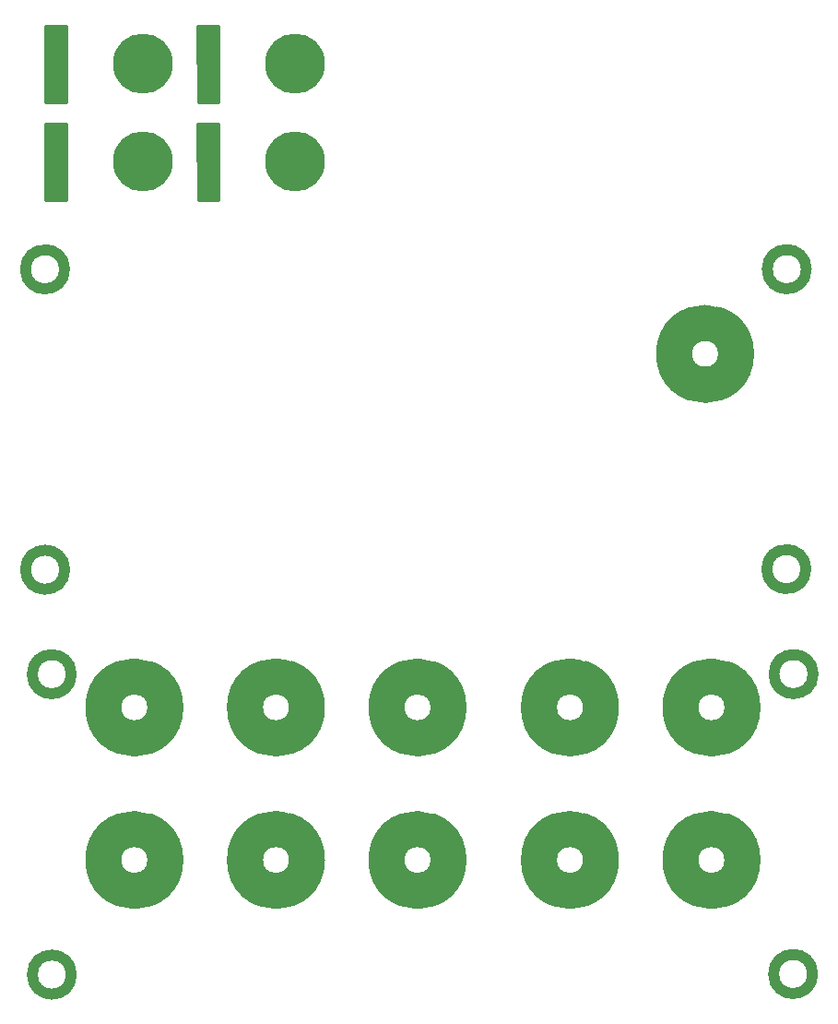
<source format=gbs>
%MOIN*%
%OFA0B0*%
%FSLAX46Y46*%
%IPPOS*%
%LPD*%
%ADD10C,0.005905511811023622*%
%ADD11C,0.03937007874015748*%
%ADD12C,0.11811023622047245*%
%ADD13C,0.027559055118110236*%
%ADD14C,0.053149606299212608*%
%ADD25C,0.005905511811023622*%
%ADD26C,0.03937007874015748*%
%ADD27C,0.11811023622047245*%
%ADD28C,0.027559055118110236*%
%ADD29C,0.053149606299212608*%
%ADD40C,0.005905511811023622*%
%ADD41C,0.21653543307086615*%
%ADD42C,0.01*%
%ADD53C,0.005905511811023622*%
%ADD54C,0.21653543307086615*%
%ADD55C,0.01*%
%ADD66C,0.005905511811023622*%
%ADD67C,0.21653543307086615*%
%ADD68C,0.01*%
%ADD79C,0.005905511811023622*%
%ADD80C,0.21653543307086615*%
%ADD81C,0.01*%
%ADD92C,0.005905511811023622*%
%ADD103C,0.005905511811023622*%
%LPD*%
G01G01G01G01G01G01G01G01*
D10*
D11*
X0000221915Y0000145275D02*
G75*
G03G03G03G03X0000221915Y0000145275I-0000070734D01X0000221915Y0000145275I-0000070734D01X0000221915Y0000145275I-0000070734D01G03G03X0000221915Y0000145275I-0000070734D01G03G03X0000221915Y0000145275I-0000070734D01X0000221915Y0000145275I-0000070734D01X0000221915Y0000145275I-0000070734D01X0000221915Y0000145275I-0000070734D01*
G01G01G01G01G01G01G01G01*
X0000221522Y0001230708D02*
G75*
G03G03G03G03X0000221522Y0001230708I-0000070734D01X0000221522Y0001230708I-0000070734D01X0000221522Y0001230708I-0000070734D01G03G03X0000221522Y0001230708I-0000070734D01G03G03X0000221522Y0001230708I-0000070734D01X0000221522Y0001230708I-0000070734D01X0000221522Y0001230708I-0000070734D01X0000221522Y0001230708I-0000070734D01*
G01G01G01G01G01G01G01G01*
X0002903543Y0001231102D02*
G75*
G03G03G03G03X0002903543Y0001231102I-0000070734D01X0002903543Y0001231102I-0000070734D01X0002903543Y0001231102I-0000070734D01G03G03X0002903543Y0001231102I-0000070734D01G03G03X0002903543Y0001231102I-0000070734D01X0002903543Y0001231102I-0000070734D01X0002903543Y0001231102I-0000070734D01X0002903543Y0001231102I-0000070734D01*
G01G01G01G01G01G01G01G01*
X0002902077Y0000147445D02*
G75*
G03G03G03G03X0002902077Y0000147445I-0000070734D01X0002902077Y0000147445I-0000070734D01X0002902077Y0000147445I-0000070734D01G03G03X0002902077Y0000147445I-0000070734D01G03G03X0002902077Y0000147445I-0000070734D01X0002902077Y0000147445I-0000070734D01X0002902077Y0000147445I-0000070734D01X0002902077Y0000147445I-0000070734D01*
G01G01G01G01G01G01G01G01*
D12*
X0002640944Y0000559448D02*
G75*
G03G03G03G03X0002640944Y0000559448I-0000104724D01X0002640944Y0000559448I-0000104724D01X0002640944Y0000559448I-0000104724D01G03G03X0002640944Y0000559448I-0000104724D01G03G03X0002640944Y0000559448I-0000104724D01X0002640944Y0000559448I-0000104724D01X0002640944Y0000559448I-0000104724D01X0002640944Y0000559448I-0000104724D01*
G01G01G01G01G01G01G01G01*
D13*
X0002651574Y0000631889D02*
X0002651574Y0000486614D01*
D14*
X0002687007Y0000559448D02*
G75*
G03G03G03G03X0002687007Y0000559448I-0000150787D01X0002687007Y0000559448I-0000150787D01X0002687007Y0000559448I-0000150787D01G03G03X0002687007Y0000559448I-0000150787D01G03G03X0002687007Y0000559448I-0000150787D01X0002687007Y0000559448I-0000150787D01X0002687007Y0000559448I-0000150787D01X0002687007Y0000559448I-0000150787D01*
G01G01G01G01G01G01G01G01*
D12*
X0002129133Y0000559448D02*
G75*
G03G03G03G03X0002129133Y0000559448I-0000104724D01X0002129133Y0000559448I-0000104724D01X0002129133Y0000559448I-0000104724D01G03G03X0002129133Y0000559448I-0000104724D01G03G03X0002129133Y0000559448I-0000104724D01X0002129133Y0000559448I-0000104724D01X0002129133Y0000559448I-0000104724D01X0002129133Y0000559448I-0000104724D01*
G01G01G01G01G01G01G01G01*
D13*
X0002139763Y0000631889D02*
X0002139763Y0000486614D01*
D14*
X0002175196Y0000559448D02*
G75*
G03G03G03G03X0002175196Y0000559448I-0000150787D01X0002175196Y0000559448I-0000150787D01X0002175196Y0000559448I-0000150787D01G03G03X0002175196Y0000559448I-0000150787D01G03G03X0002175196Y0000559448I-0000150787D01X0002175196Y0000559448I-0000150787D01X0002175196Y0000559448I-0000150787D01X0002175196Y0000559448I-0000150787D01*
G01G01G01G01G01G01G01G01*
D12*
X0002640944Y0001110629D02*
G75*
G03G03G03G03X0002640944Y0001110629I-0000104724D01X0002640944Y0001110629I-0000104724D01X0002640944Y0001110629I-0000104724D01G03G03X0002640944Y0001110629I-0000104724D01G03G03X0002640944Y0001110629I-0000104724D01X0002640944Y0001110629I-0000104724D01X0002640944Y0001110629I-0000104724D01X0002640944Y0001110629I-0000104724D01*
G01G01G01G01G01G01G01G01*
D13*
X0002651574Y0001183070D02*
X0002651574Y0001037795D01*
D14*
X0002687007Y0001110629D02*
G75*
G03G03G03G03X0002687007Y0001110629I-0000150787D01X0002687007Y0001110629I-0000150787D01X0002687007Y0001110629I-0000150787D01G03G03X0002687007Y0001110629I-0000150787D01G03G03X0002687007Y0001110629I-0000150787D01X0002687007Y0001110629I-0000150787D01X0002687007Y0001110629I-0000150787D01X0002687007Y0001110629I-0000150787D01*
G01G01G01G01G01G01G01G01*
D12*
X0002129133Y0001110629D02*
G75*
G03G03G03G03X0002129133Y0001110629I-0000104724D01X0002129133Y0001110629I-0000104724D01X0002129133Y0001110629I-0000104724D01G03G03X0002129133Y0001110629I-0000104724D01G03G03X0002129133Y0001110629I-0000104724D01X0002129133Y0001110629I-0000104724D01X0002129133Y0001110629I-0000104724D01X0002129133Y0001110629I-0000104724D01*
G01G01G01G01G01G01G01G01*
D13*
X0002139763Y0001183070D02*
X0002139763Y0001037795D01*
D14*
X0002175196Y0001110629D02*
G75*
G03G03G03G03X0002175196Y0001110629I-0000150787D01X0002175196Y0001110629I-0000150787D01X0002175196Y0001110629I-0000150787D01G03G03X0002175196Y0001110629I-0000150787D01G03G03X0002175196Y0001110629I-0000150787D01X0002175196Y0001110629I-0000150787D01X0002175196Y0001110629I-0000150787D01X0002175196Y0001110629I-0000150787D01*
G01G01G01G01G01G01G01G01*
D12*
X0001577952Y0000559448D02*
G75*
G03G03G03G03X0001577952Y0000559448I-0000104724D01X0001577952Y0000559448I-0000104724D01X0001577952Y0000559448I-0000104724D01G03G03X0001577952Y0000559448I-0000104724D01G03G03X0001577952Y0000559448I-0000104724D01X0001577952Y0000559448I-0000104724D01X0001577952Y0000559448I-0000104724D01X0001577952Y0000559448I-0000104724D01*
G01G01G01G01G01G01G01G01*
D13*
X0001588582Y0000631889D02*
X0001588582Y0000486614D01*
D14*
X0001624015Y0000559448D02*
G75*
G03G03G03G03X0001624015Y0000559448I-0000150787D01X0001624015Y0000559448I-0000150787D01X0001624015Y0000559448I-0000150787D01G03G03X0001624015Y0000559448I-0000150787D01G03G03X0001624015Y0000559448I-0000150787D01X0001624015Y0000559448I-0000150787D01X0001624015Y0000559448I-0000150787D01X0001624015Y0000559448I-0000150787D01*
G01G01G01G01G01G01G01G01*
D12*
X0001066141Y0000559448D02*
G75*
G03G03G03G03X0001066141Y0000559448I-0000104724D01X0001066141Y0000559448I-0000104724D01X0001066141Y0000559448I-0000104724D01G03G03X0001066141Y0000559448I-0000104724D01G03G03X0001066141Y0000559448I-0000104724D01X0001066141Y0000559448I-0000104724D01X0001066141Y0000559448I-0000104724D01X0001066141Y0000559448I-0000104724D01*
G01G01G01G01G01G01G01G01*
D13*
X0001076771Y0000631889D02*
X0001076771Y0000486614D01*
D14*
X0001112204Y0000559448D02*
G75*
G03G03G03G03X0001112204Y0000559448I-0000150787D01X0001112204Y0000559448I-0000150787D01X0001112204Y0000559448I-0000150787D01G03G03X0001112204Y0000559448I-0000150787D01G03G03X0001112204Y0000559448I-0000150787D01X0001112204Y0000559448I-0000150787D01X0001112204Y0000559448I-0000150787D01X0001112204Y0000559448I-0000150787D01*
G01G01G01G01G01G01G01G01*
D12*
X0000554330Y0000559448D02*
G75*
G03G03G03G03X0000554330Y0000559448I-0000104724D01X0000554330Y0000559448I-0000104724D01X0000554330Y0000559448I-0000104724D01G03G03X0000554330Y0000559448I-0000104724D01G03G03X0000554330Y0000559448I-0000104724D01X0000554330Y0000559448I-0000104724D01X0000554330Y0000559448I-0000104724D01X0000554330Y0000559448I-0000104724D01*
G01G01G01G01G01G01G01G01*
D13*
X0000564960Y0000631889D02*
X0000564960Y0000486614D01*
D14*
X0000600393Y0000559448D02*
G75*
G03G03G03G03X0000600393Y0000559448I-0000150787D01X0000600393Y0000559448I-0000150787D01X0000600393Y0000559448I-0000150787D01G03G03X0000600393Y0000559448I-0000150787D01G03G03X0000600393Y0000559448I-0000150787D01X0000600393Y0000559448I-0000150787D01X0000600393Y0000559448I-0000150787D01X0000600393Y0000559448I-0000150787D01*
G01G01G01G01G01G01G01G01*
D12*
X0001577952Y0001110629D02*
G75*
G03G03G03G03X0001577952Y0001110629I-0000104724D01X0001577952Y0001110629I-0000104724D01X0001577952Y0001110629I-0000104724D01G03G03X0001577952Y0001110629I-0000104724D01G03G03X0001577952Y0001110629I-0000104724D01X0001577952Y0001110629I-0000104724D01X0001577952Y0001110629I-0000104724D01X0001577952Y0001110629I-0000104724D01*
G01G01G01G01G01G01G01G01*
D13*
X0001588582Y0001183070D02*
X0001588582Y0001037795D01*
D14*
X0001624015Y0001110629D02*
G75*
G03G03G03G03X0001624015Y0001110629I-0000150787D01X0001624015Y0001110629I-0000150787D01X0001624015Y0001110629I-0000150787D01G03G03X0001624015Y0001110629I-0000150787D01G03G03X0001624015Y0001110629I-0000150787D01X0001624015Y0001110629I-0000150787D01X0001624015Y0001110629I-0000150787D01X0001624015Y0001110629I-0000150787D01*
G01G01G01G01G01G01G01G01*
D12*
X0001066141Y0001110629D02*
G75*
G03G03G03G03X0001066141Y0001110629I-0000104724D01X0001066141Y0001110629I-0000104724D01X0001066141Y0001110629I-0000104724D01G03G03X0001066141Y0001110629I-0000104724D01G03G03X0001066141Y0001110629I-0000104724D01X0001066141Y0001110629I-0000104724D01X0001066141Y0001110629I-0000104724D01X0001066141Y0001110629I-0000104724D01*
G01G01G01G01G01G01G01G01*
D13*
X0001076771Y0001183070D02*
X0001076771Y0001037795D01*
D14*
X0001112204Y0001110629D02*
G75*
G03G03G03G03X0001112204Y0001110629I-0000150787D01X0001112204Y0001110629I-0000150787D01X0001112204Y0001110629I-0000150787D01G03G03X0001112204Y0001110629I-0000150787D01G03G03X0001112204Y0001110629I-0000150787D01X0001112204Y0001110629I-0000150787D01X0001112204Y0001110629I-0000150787D01X0001112204Y0001110629I-0000150787D01*
G01G01G01G01G01G01G01G01*
D12*
X0000554330Y0001110629D02*
G75*
G03G03G03G03X0000554330Y0001110629I-0000104724D01X0000554330Y0001110629I-0000104724D01X0000554330Y0001110629I-0000104724D01G03G03X0000554330Y0001110629I-0000104724D01G03G03X0000554330Y0001110629I-0000104724D01X0000554330Y0001110629I-0000104724D01X0000554330Y0001110629I-0000104724D01X0000554330Y0001110629I-0000104724D01*
G01G01G01G01G01G01G01G01*
D13*
X0000564960Y0001183070D02*
X0000564960Y0001037795D01*
D14*
X0000600393Y0001110629D02*
G75*
G03G03G03G03X0000600393Y0001110629I-0000150787D01X0000600393Y0001110629I-0000150787D01X0000600393Y0001110629I-0000150787D01G03G03X0000600393Y0001110629I-0000150787D01G03G03X0000600393Y0001110629I-0000150787D01X0000600393Y0001110629I-0000150787D01X0000600393Y0001110629I-0000150787D01X0000600393Y0001110629I-0000150787D01*
G01G01G01G01G01G01G01G01*
G01G01G01G01G01G01G01G01*
D25*
D26*
X0000197505Y0001608267D02*
G75*
G03G03G03G03X0000197505Y0001608267I-0000070734D01X0000197505Y0001608267I-0000070734D01X0000197505Y0001608267I-0000070734D01G03G03X0000197505Y0001608267I-0000070734D01G03G03X0000197505Y0001608267I-0000070734D01X0000197505Y0001608267I-0000070734D01X0000197505Y0001608267I-0000070734D01X0000197505Y0001608267I-0000070734D01*
G01G01G01G01G01G01G01G01*
X0000197112Y0002693699D02*
G75*
G03G03G03G03X0000197112Y0002693699I-0000070734D01X0000197112Y0002693699I-0000070734D01X0000197112Y0002693699I-0000070734D01G03G03X0000197112Y0002693699I-0000070734D01G03G03X0000197112Y0002693699I-0000070734D01X0000197112Y0002693699I-0000070734D01X0000197112Y0002693699I-0000070734D01X0000197112Y0002693699I-0000070734D01*
G01G01G01G01G01G01G01G01*
X0002879133Y0002694094D02*
G75*
G03G03G03G03X0002879133Y0002694094I-0000070734D01X0002879133Y0002694094I-0000070734D01X0002879133Y0002694094I-0000070734D01G03G03X0002879133Y0002694094I-0000070734D01G03G03X0002879133Y0002694094I-0000070734D01X0002879133Y0002694094I-0000070734D01X0002879133Y0002694094I-0000070734D01X0002879133Y0002694094I-0000070734D01*
G01G01G01G01G01G01G01G01*
X0002877667Y0001610437D02*
G75*
G03G03G03G03X0002877667Y0001610437I-0000070734D01X0002877667Y0001610437I-0000070734D01X0002877667Y0001610437I-0000070734D01G03G03X0002877667Y0001610437I-0000070734D01G03G03X0002877667Y0001610437I-0000070734D01X0002877667Y0001610437I-0000070734D01X0002877667Y0001610437I-0000070734D01X0002877667Y0001610437I-0000070734D01*
G01G01G01G01G01G01G01G01*
D27*
X0002617913Y0002387960D02*
G75*
G03G03G03G03X0002617913Y0002387960I-0000104724D01X0002617913Y0002387960I-0000104724D01X0002617913Y0002387960I-0000104724D01G03G03X0002617913Y0002387960I-0000104724D01G03G03X0002617913Y0002387960I-0000104724D01X0002617913Y0002387960I-0000104724D01X0002617913Y0002387960I-0000104724D01X0002617913Y0002387960I-0000104724D01*
G01G01G01G01G01G01G01G01*
D28*
X0002628543Y0002460401D02*
X0002628543Y0002315125D01*
D29*
X0002663976Y0002387960D02*
G75*
G03G03G03G03X0002663976Y0002387960I-0000150787D01X0002663976Y0002387960I-0000150787D01X0002663976Y0002387960I-0000150787D01G03G03X0002663976Y0002387960I-0000150787D01G03G03X0002663976Y0002387960I-0000150787D01X0002663976Y0002387960I-0000150787D01X0002663976Y0002387960I-0000150787D01X0002663976Y0002387960I-0000150787D01*
G01G01G01G01G01G01G01G01*
G01G01G01G01G01G01G01G01*
D40*
D41*
X0000118110Y0003228346D02*
X0000480708Y0003083464D03*
D42*
G36*
X0000203135Y0002943976D02*
X0000128094Y0002943976D01*
X0000127336Y0003219803D01*
X0000202375Y0003219803D01*
X0000203135Y0002943976D01*
X0000203135Y0002943976D01*
G37*
X0000203135Y0002943976D02*
X0000128094Y0002943976D01*
X0000127336Y0003219803D01*
X0000202375Y0003219803D01*
X0000203135Y0002943976D01*
G01G01G01G01G01G01G01G01*
D53*
D54*
X0000118110Y0003582677D02*
X0000480708Y0003437795D03*
D55*
G36*
X0000203135Y0003298307D02*
X0000128094Y0003298307D01*
X0000127336Y0003574133D01*
X0000202375Y0003574133D01*
X0000203135Y0003298307D01*
X0000203135Y0003298307D01*
G37*
X0000203135Y0003298307D02*
X0000128094Y0003298307D01*
X0000127336Y0003574133D01*
X0000202375Y0003574133D01*
X0000203135Y0003298307D01*
G04 next file*
G01G01G01G01G01G01G01G01*
D66*
D67*
X0000669291Y0003228346D02*
X0001031889Y0003083464D03*
D68*
G36*
X0000754315Y0002943976D02*
X0000679276Y0002943976D01*
X0000678517Y0003219803D01*
X0000753556Y0003219803D01*
X0000754315Y0002943976D01*
X0000754315Y0002943976D01*
G37*
X0000754315Y0002943976D02*
X0000679276Y0002943976D01*
X0000678517Y0003219803D01*
X0000753556Y0003219803D01*
X0000754315Y0002943976D01*
G01G01G01G01G01G01G01G01*
D79*
D80*
X0000669291Y0003582677D02*
X0001031889Y0003437795D03*
D81*
G36*
X0000754315Y0003298307D02*
X0000679276Y0003298307D01*
X0000678517Y0003574133D01*
X0000753556Y0003574133D01*
X0000754315Y0003298307D01*
X0000754315Y0003298307D01*
G37*
X0000754315Y0003298307D02*
X0000679276Y0003298307D01*
X0000678517Y0003574133D01*
X0000753556Y0003574133D01*
X0000754315Y0003298307D01*
G04 next file*
G01G01G01G01G01G01G01G01*
D92*
G04 next file*
G04 #@! TF.FileFunction,Soldermask,Bot*
G04 Gerber Fmt 4.6, Leading zero omitted, Abs format (unit mm)*
G04 Created by KiCad (PCBNEW (2016-07-22 BZR 6991, Git 146a78a)-product) date 08/19/16 17:37:13*
G01G01G01G01G01G01G01G01*
G04 APERTURE LIST*
G04 APERTURE END LIST*
D103*
M02*
</source>
